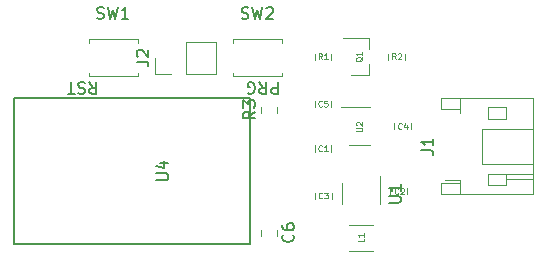
<source format=gbr>
G04 #@! TF.GenerationSoftware,KiCad,Pcbnew,(5.1.4)-1*
G04 #@! TF.CreationDate,2019-12-17T12:56:31-08:00*
G04 #@! TF.ProjectId,pixel-stick,70697865-6c2d-4737-9469-636b2e6b6963,rev?*
G04 #@! TF.SameCoordinates,Original*
G04 #@! TF.FileFunction,Legend,Top*
G04 #@! TF.FilePolarity,Positive*
%FSLAX46Y46*%
G04 Gerber Fmt 4.6, Leading zero omitted, Abs format (unit mm)*
G04 Created by KiCad (PCBNEW (5.1.4)-1) date 2019-12-17 12:56:31*
%MOMM*%
%LPD*%
G04 APERTURE LIST*
%ADD10C,0.150000*%
%ADD11C,0.120000*%
%ADD12C,0.125000*%
G04 APERTURE END LIST*
D10*
X79047619Y-33297619D02*
X79380952Y-33773809D01*
X79619047Y-33297619D02*
X79619047Y-34297619D01*
X79238095Y-34297619D01*
X79142857Y-34250000D01*
X79095238Y-34202380D01*
X79047619Y-34107142D01*
X79047619Y-33964285D01*
X79095238Y-33869047D01*
X79142857Y-33821428D01*
X79238095Y-33773809D01*
X79619047Y-33773809D01*
X78666666Y-33345238D02*
X78523809Y-33297619D01*
X78285714Y-33297619D01*
X78190476Y-33345238D01*
X78142857Y-33392857D01*
X78095238Y-33488095D01*
X78095238Y-33583333D01*
X78142857Y-33678571D01*
X78190476Y-33726190D01*
X78285714Y-33773809D01*
X78476190Y-33821428D01*
X78571428Y-33869047D01*
X78619047Y-33916666D01*
X78666666Y-34011904D01*
X78666666Y-34107142D01*
X78619047Y-34202380D01*
X78571428Y-34250000D01*
X78476190Y-34297619D01*
X78238095Y-34297619D01*
X78095238Y-34250000D01*
X77809523Y-34297619D02*
X77238095Y-34297619D01*
X77523809Y-33297619D02*
X77523809Y-34297619D01*
X95011904Y-33297619D02*
X95011904Y-34297619D01*
X94630952Y-34297619D01*
X94535714Y-34250000D01*
X94488095Y-34202380D01*
X94440476Y-34107142D01*
X94440476Y-33964285D01*
X94488095Y-33869047D01*
X94535714Y-33821428D01*
X94630952Y-33773809D01*
X95011904Y-33773809D01*
X93440476Y-33297619D02*
X93773809Y-33773809D01*
X94011904Y-33297619D02*
X94011904Y-34297619D01*
X93630952Y-34297619D01*
X93535714Y-34250000D01*
X93488095Y-34202380D01*
X93440476Y-34107142D01*
X93440476Y-33964285D01*
X93488095Y-33869047D01*
X93535714Y-33821428D01*
X93630952Y-33773809D01*
X94011904Y-33773809D01*
X92488095Y-34250000D02*
X92583333Y-34297619D01*
X92726190Y-34297619D01*
X92869047Y-34250000D01*
X92964285Y-34154761D01*
X93011904Y-34059523D01*
X93059523Y-33869047D01*
X93059523Y-33726190D01*
X93011904Y-33535714D01*
X92964285Y-33440476D01*
X92869047Y-33345238D01*
X92726190Y-33297619D01*
X92630952Y-33297619D01*
X92488095Y-33345238D01*
X92440476Y-33392857D01*
X92440476Y-33726190D01*
X92630952Y-33726190D01*
D11*
X110390000Y-41610000D02*
X109175000Y-41610000D01*
X114350000Y-41550000D02*
X116610000Y-41550000D01*
X114350000Y-41050000D02*
X116610000Y-41050000D01*
X112750000Y-36450000D02*
X112750000Y-35450000D01*
X114350000Y-36450000D02*
X112750000Y-36450000D01*
X114350000Y-35450000D02*
X114350000Y-36450000D01*
X112750000Y-35450000D02*
X114350000Y-35450000D01*
X112750000Y-41050000D02*
X112750000Y-42050000D01*
X114350000Y-41050000D02*
X112750000Y-41050000D01*
X114350000Y-42050000D02*
X114350000Y-41050000D01*
X112750000Y-42050000D02*
X114350000Y-42050000D01*
X110390000Y-34690000D02*
X110390000Y-35610000D01*
X110390000Y-42810000D02*
X110390000Y-41890000D01*
X112250000Y-37250000D02*
X116610000Y-37250000D01*
X112250000Y-40250000D02*
X112250000Y-37250000D01*
X116610000Y-40250000D02*
X112250000Y-40250000D01*
X110390000Y-35610000D02*
X110390000Y-35890000D01*
X108790000Y-35610000D02*
X110390000Y-35610000D01*
X108790000Y-34690000D02*
X108790000Y-35610000D01*
X116610000Y-34690000D02*
X108790000Y-34690000D01*
X116610000Y-42810000D02*
X116610000Y-34690000D01*
X108790000Y-42810000D02*
X116610000Y-42810000D01*
X108790000Y-41890000D02*
X108790000Y-42810000D01*
X110390000Y-41890000D02*
X108790000Y-41890000D01*
X110390000Y-41610000D02*
X110390000Y-41890000D01*
X103650000Y-43670000D02*
X103650000Y-41220000D01*
X100430000Y-41870000D02*
X100430000Y-43670000D01*
X84587499Y-32580000D02*
X84587499Y-31250000D01*
X85917499Y-32580000D02*
X84587499Y-32580000D01*
X87187499Y-32580000D02*
X87187499Y-29920000D01*
X87187499Y-29920000D02*
X89787499Y-29920000D01*
X87187499Y-32580000D02*
X89787499Y-32580000D01*
X89787499Y-32580000D02*
X89787499Y-29920000D01*
X95337499Y-29680000D02*
X95337499Y-29980000D01*
X91197499Y-32820000D02*
X91197499Y-32520000D01*
X91197499Y-29980000D02*
X91197499Y-29680000D01*
X95337499Y-32820000D02*
X91197499Y-32820000D01*
X95337499Y-32520000D02*
X95337499Y-32820000D01*
X91197499Y-29680000D02*
X95337499Y-29680000D01*
X79047499Y-32820000D02*
X79047499Y-32520000D01*
X83187499Y-29680000D02*
X83187499Y-29980000D01*
X83187499Y-32520000D02*
X83187499Y-32820000D01*
X79047499Y-29680000D02*
X83187499Y-29680000D01*
X79047499Y-29980000D02*
X79047499Y-29680000D01*
X83187499Y-32820000D02*
X79047499Y-32820000D01*
X94960000Y-35898578D02*
X94960000Y-35381422D01*
X93540000Y-35898578D02*
X93540000Y-35381422D01*
X93540000Y-45803922D02*
X93540000Y-46321078D01*
X94960000Y-45803922D02*
X94960000Y-46321078D01*
D10*
X92650000Y-34700000D02*
X92650000Y-47000000D01*
X92650000Y-47000000D02*
X72650000Y-47000000D01*
X92650000Y-34690000D02*
X72650000Y-34690000D01*
X72650000Y-47000000D02*
X72650000Y-34700000D01*
D11*
X99530000Y-30891422D02*
X99530000Y-31408578D01*
X98110000Y-30891422D02*
X98110000Y-31408578D01*
X104300000Y-30891422D02*
X104300000Y-31408578D01*
X105720000Y-30891422D02*
X105720000Y-31408578D01*
X102790000Y-35430000D02*
X100340000Y-35430000D01*
X100990000Y-38650000D02*
X102790000Y-38650000D01*
X102675000Y-32730000D02*
X101215000Y-32730000D01*
X102675000Y-29570000D02*
X100515000Y-29570000D01*
X102675000Y-29570000D02*
X102675000Y-30500000D01*
X102675000Y-32730000D02*
X102675000Y-31800000D01*
X98100000Y-35408578D02*
X98100000Y-34891422D01*
X99520000Y-35408578D02*
X99520000Y-34891422D01*
X106230000Y-36781422D02*
X106230000Y-37298578D01*
X104810000Y-36781422D02*
X104810000Y-37298578D01*
X98140000Y-43188578D02*
X98140000Y-42671422D01*
X99560000Y-43188578D02*
X99560000Y-42671422D01*
X105940000Y-42291422D02*
X105940000Y-42808578D01*
X104520000Y-42291422D02*
X104520000Y-42808578D01*
X98100000Y-38671422D02*
X98100000Y-39188578D01*
X99520000Y-38671422D02*
X99520000Y-39188578D01*
X103040000Y-47620000D02*
X101040000Y-47620000D01*
X103040000Y-45420000D02*
X101040000Y-45420000D01*
D10*
X107152380Y-39083333D02*
X107866666Y-39083333D01*
X108009523Y-39130952D01*
X108104761Y-39226190D01*
X108152380Y-39369047D01*
X108152380Y-39464285D01*
X108152380Y-38083333D02*
X108152380Y-38654761D01*
X108152380Y-38369047D02*
X107152380Y-38369047D01*
X107295238Y-38464285D01*
X107390476Y-38559523D01*
X107438095Y-38654761D01*
X104392380Y-43531904D02*
X105201904Y-43531904D01*
X105297142Y-43484285D01*
X105344761Y-43436666D01*
X105392380Y-43341428D01*
X105392380Y-43150952D01*
X105344761Y-43055714D01*
X105297142Y-43008095D01*
X105201904Y-42960476D01*
X104392380Y-42960476D01*
X105392380Y-41960476D02*
X105392380Y-42531904D01*
X105392380Y-42246190D02*
X104392380Y-42246190D01*
X104535238Y-42341428D01*
X104630476Y-42436666D01*
X104678095Y-42531904D01*
X83039879Y-31583333D02*
X83754165Y-31583333D01*
X83897022Y-31630952D01*
X83992260Y-31726190D01*
X84039879Y-31869047D01*
X84039879Y-31964285D01*
X83135118Y-31154761D02*
X83087499Y-31107142D01*
X83039879Y-31011904D01*
X83039879Y-30773809D01*
X83087499Y-30678571D01*
X83135118Y-30630952D01*
X83230356Y-30583333D01*
X83325594Y-30583333D01*
X83468451Y-30630952D01*
X84039879Y-31202380D01*
X84039879Y-30583333D01*
X91934165Y-27904761D02*
X92077022Y-27952380D01*
X92315118Y-27952380D01*
X92410356Y-27904761D01*
X92457975Y-27857142D01*
X92505594Y-27761904D01*
X92505594Y-27666666D01*
X92457975Y-27571428D01*
X92410356Y-27523809D01*
X92315118Y-27476190D01*
X92124641Y-27428571D01*
X92029403Y-27380952D01*
X91981784Y-27333333D01*
X91934165Y-27238095D01*
X91934165Y-27142857D01*
X91981784Y-27047619D01*
X92029403Y-27000000D01*
X92124641Y-26952380D01*
X92362737Y-26952380D01*
X92505594Y-27000000D01*
X92838927Y-26952380D02*
X93077022Y-27952380D01*
X93267499Y-27238095D01*
X93457975Y-27952380D01*
X93696070Y-26952380D01*
X94029403Y-27047619D02*
X94077022Y-27000000D01*
X94172260Y-26952380D01*
X94410356Y-26952380D01*
X94505594Y-27000000D01*
X94553213Y-27047619D01*
X94600832Y-27142857D01*
X94600832Y-27238095D01*
X94553213Y-27380952D01*
X93981784Y-27952380D01*
X94600832Y-27952380D01*
X79684165Y-27904761D02*
X79827022Y-27952380D01*
X80065118Y-27952380D01*
X80160356Y-27904761D01*
X80207975Y-27857142D01*
X80255594Y-27761904D01*
X80255594Y-27666666D01*
X80207975Y-27571428D01*
X80160356Y-27523809D01*
X80065118Y-27476190D01*
X79874641Y-27428571D01*
X79779403Y-27380952D01*
X79731784Y-27333333D01*
X79684165Y-27238095D01*
X79684165Y-27142857D01*
X79731784Y-27047619D01*
X79779403Y-27000000D01*
X79874641Y-26952380D01*
X80112737Y-26952380D01*
X80255594Y-27000000D01*
X80588927Y-26952380D02*
X80827022Y-27952380D01*
X81017499Y-27238095D01*
X81207975Y-27952380D01*
X81446070Y-26952380D01*
X82350832Y-27952380D02*
X81779403Y-27952380D01*
X82065118Y-27952380D02*
X82065118Y-26952380D01*
X81969879Y-27095238D01*
X81874641Y-27190476D01*
X81779403Y-27238095D01*
X93052380Y-35806666D02*
X92576190Y-36140000D01*
X93052380Y-36378095D02*
X92052380Y-36378095D01*
X92052380Y-35997142D01*
X92100000Y-35901904D01*
X92147619Y-35854285D01*
X92242857Y-35806666D01*
X92385714Y-35806666D01*
X92480952Y-35854285D01*
X92528571Y-35901904D01*
X92576190Y-35997142D01*
X92576190Y-36378095D01*
X92052380Y-35473333D02*
X92052380Y-34854285D01*
X92433333Y-35187619D01*
X92433333Y-35044761D01*
X92480952Y-34949523D01*
X92528571Y-34901904D01*
X92623809Y-34854285D01*
X92861904Y-34854285D01*
X92957142Y-34901904D01*
X93004761Y-34949523D01*
X93052380Y-35044761D01*
X93052380Y-35330476D01*
X93004761Y-35425714D01*
X92957142Y-35473333D01*
X96257142Y-46229166D02*
X96304761Y-46276785D01*
X96352380Y-46419642D01*
X96352380Y-46514880D01*
X96304761Y-46657738D01*
X96209523Y-46752976D01*
X96114285Y-46800595D01*
X95923809Y-46848214D01*
X95780952Y-46848214D01*
X95590476Y-46800595D01*
X95495238Y-46752976D01*
X95400000Y-46657738D01*
X95352380Y-46514880D01*
X95352380Y-46419642D01*
X95400000Y-46276785D01*
X95447619Y-46229166D01*
X95352380Y-45372023D02*
X95352380Y-45562500D01*
X95400000Y-45657738D01*
X95447619Y-45705357D01*
X95590476Y-45800595D01*
X95780952Y-45848214D01*
X96161904Y-45848214D01*
X96257142Y-45800595D01*
X96304761Y-45752976D01*
X96352380Y-45657738D01*
X96352380Y-45467261D01*
X96304761Y-45372023D01*
X96257142Y-45324404D01*
X96161904Y-45276785D01*
X95923809Y-45276785D01*
X95828571Y-45324404D01*
X95780952Y-45372023D01*
X95733333Y-45467261D01*
X95733333Y-45657738D01*
X95780952Y-45752976D01*
X95828571Y-45800595D01*
X95923809Y-45848214D01*
X84702380Y-41611904D02*
X85511904Y-41611904D01*
X85607142Y-41564285D01*
X85654761Y-41516666D01*
X85702380Y-41421428D01*
X85702380Y-41230952D01*
X85654761Y-41135714D01*
X85607142Y-41088095D01*
X85511904Y-41040476D01*
X84702380Y-41040476D01*
X85035714Y-40135714D02*
X85702380Y-40135714D01*
X84654761Y-40373809D02*
X85369047Y-40611904D01*
X85369047Y-39992857D01*
D12*
X98736666Y-31376190D02*
X98570000Y-31138095D01*
X98450952Y-31376190D02*
X98450952Y-30876190D01*
X98641428Y-30876190D01*
X98689047Y-30900000D01*
X98712857Y-30923809D01*
X98736666Y-30971428D01*
X98736666Y-31042857D01*
X98712857Y-31090476D01*
X98689047Y-31114285D01*
X98641428Y-31138095D01*
X98450952Y-31138095D01*
X99212857Y-31376190D02*
X98927142Y-31376190D01*
X99070000Y-31376190D02*
X99070000Y-30876190D01*
X99022380Y-30947619D01*
X98974761Y-30995238D01*
X98927142Y-31019047D01*
X104976666Y-31376190D02*
X104810000Y-31138095D01*
X104690952Y-31376190D02*
X104690952Y-30876190D01*
X104881428Y-30876190D01*
X104929047Y-30900000D01*
X104952857Y-30923809D01*
X104976666Y-30971428D01*
X104976666Y-31042857D01*
X104952857Y-31090476D01*
X104929047Y-31114285D01*
X104881428Y-31138095D01*
X104690952Y-31138095D01*
X105167142Y-30923809D02*
X105190952Y-30900000D01*
X105238571Y-30876190D01*
X105357619Y-30876190D01*
X105405238Y-30900000D01*
X105429047Y-30923809D01*
X105452857Y-30971428D01*
X105452857Y-31019047D01*
X105429047Y-31090476D01*
X105143333Y-31376190D01*
X105452857Y-31376190D01*
X101616190Y-37470952D02*
X102020952Y-37470952D01*
X102068571Y-37447142D01*
X102092380Y-37423333D01*
X102116190Y-37375714D01*
X102116190Y-37280476D01*
X102092380Y-37232857D01*
X102068571Y-37209047D01*
X102020952Y-37185238D01*
X101616190Y-37185238D01*
X101663809Y-36970952D02*
X101640000Y-36947142D01*
X101616190Y-36899523D01*
X101616190Y-36780476D01*
X101640000Y-36732857D01*
X101663809Y-36709047D01*
X101711428Y-36685238D01*
X101759047Y-36685238D01*
X101830476Y-36709047D01*
X102116190Y-36994761D01*
X102116190Y-36685238D01*
X102138809Y-31197619D02*
X102115000Y-31245238D01*
X102067380Y-31292857D01*
X101995952Y-31364285D01*
X101972142Y-31411904D01*
X101972142Y-31459523D01*
X102091190Y-31435714D02*
X102067380Y-31483333D01*
X102019761Y-31530952D01*
X101924523Y-31554761D01*
X101757857Y-31554761D01*
X101662619Y-31530952D01*
X101615000Y-31483333D01*
X101591190Y-31435714D01*
X101591190Y-31340476D01*
X101615000Y-31292857D01*
X101662619Y-31245238D01*
X101757857Y-31221428D01*
X101924523Y-31221428D01*
X102019761Y-31245238D01*
X102067380Y-31292857D01*
X102091190Y-31340476D01*
X102091190Y-31435714D01*
X102091190Y-30745238D02*
X102091190Y-31030952D01*
X102091190Y-30888095D02*
X101591190Y-30888095D01*
X101662619Y-30935714D01*
X101710238Y-30983333D01*
X101734047Y-31030952D01*
X98726666Y-35328571D02*
X98702857Y-35352380D01*
X98631428Y-35376190D01*
X98583809Y-35376190D01*
X98512380Y-35352380D01*
X98464761Y-35304761D01*
X98440952Y-35257142D01*
X98417142Y-35161904D01*
X98417142Y-35090476D01*
X98440952Y-34995238D01*
X98464761Y-34947619D01*
X98512380Y-34900000D01*
X98583809Y-34876190D01*
X98631428Y-34876190D01*
X98702857Y-34900000D01*
X98726666Y-34923809D01*
X99179047Y-34876190D02*
X98940952Y-34876190D01*
X98917142Y-35114285D01*
X98940952Y-35090476D01*
X98988571Y-35066666D01*
X99107619Y-35066666D01*
X99155238Y-35090476D01*
X99179047Y-35114285D01*
X99202857Y-35161904D01*
X99202857Y-35280952D01*
X99179047Y-35328571D01*
X99155238Y-35352380D01*
X99107619Y-35376190D01*
X98988571Y-35376190D01*
X98940952Y-35352380D01*
X98917142Y-35328571D01*
X105486666Y-37231071D02*
X105462857Y-37254880D01*
X105391428Y-37278690D01*
X105343809Y-37278690D01*
X105272380Y-37254880D01*
X105224761Y-37207261D01*
X105200952Y-37159642D01*
X105177142Y-37064404D01*
X105177142Y-36992976D01*
X105200952Y-36897738D01*
X105224761Y-36850119D01*
X105272380Y-36802500D01*
X105343809Y-36778690D01*
X105391428Y-36778690D01*
X105462857Y-36802500D01*
X105486666Y-36826309D01*
X105915238Y-36945357D02*
X105915238Y-37278690D01*
X105796190Y-36754880D02*
X105677142Y-37112023D01*
X105986666Y-37112023D01*
X98766666Y-43108571D02*
X98742857Y-43132380D01*
X98671428Y-43156190D01*
X98623809Y-43156190D01*
X98552380Y-43132380D01*
X98504761Y-43084761D01*
X98480952Y-43037142D01*
X98457142Y-42941904D01*
X98457142Y-42870476D01*
X98480952Y-42775238D01*
X98504761Y-42727619D01*
X98552380Y-42680000D01*
X98623809Y-42656190D01*
X98671428Y-42656190D01*
X98742857Y-42680000D01*
X98766666Y-42703809D01*
X98933333Y-42656190D02*
X99242857Y-42656190D01*
X99076190Y-42846666D01*
X99147619Y-42846666D01*
X99195238Y-42870476D01*
X99219047Y-42894285D01*
X99242857Y-42941904D01*
X99242857Y-43060952D01*
X99219047Y-43108571D01*
X99195238Y-43132380D01*
X99147619Y-43156190D01*
X99004761Y-43156190D01*
X98957142Y-43132380D01*
X98933333Y-43108571D01*
X105196666Y-42728571D02*
X105172857Y-42752380D01*
X105101428Y-42776190D01*
X105053809Y-42776190D01*
X104982380Y-42752380D01*
X104934761Y-42704761D01*
X104910952Y-42657142D01*
X104887142Y-42561904D01*
X104887142Y-42490476D01*
X104910952Y-42395238D01*
X104934761Y-42347619D01*
X104982380Y-42300000D01*
X105053809Y-42276190D01*
X105101428Y-42276190D01*
X105172857Y-42300000D01*
X105196666Y-42323809D01*
X105387142Y-42323809D02*
X105410952Y-42300000D01*
X105458571Y-42276190D01*
X105577619Y-42276190D01*
X105625238Y-42300000D01*
X105649047Y-42323809D01*
X105672857Y-42371428D01*
X105672857Y-42419047D01*
X105649047Y-42490476D01*
X105363333Y-42776190D01*
X105672857Y-42776190D01*
X98726666Y-39108571D02*
X98702857Y-39132380D01*
X98631428Y-39156190D01*
X98583809Y-39156190D01*
X98512380Y-39132380D01*
X98464761Y-39084761D01*
X98440952Y-39037142D01*
X98417142Y-38941904D01*
X98417142Y-38870476D01*
X98440952Y-38775238D01*
X98464761Y-38727619D01*
X98512380Y-38680000D01*
X98583809Y-38656190D01*
X98631428Y-38656190D01*
X98702857Y-38680000D01*
X98726666Y-38703809D01*
X99202857Y-39156190D02*
X98917142Y-39156190D01*
X99060000Y-39156190D02*
X99060000Y-38656190D01*
X99012380Y-38727619D01*
X98964761Y-38775238D01*
X98917142Y-38799047D01*
X102266190Y-46553333D02*
X102266190Y-46791428D01*
X101766190Y-46791428D01*
X102266190Y-46124761D02*
X102266190Y-46410476D01*
X102266190Y-46267619D02*
X101766190Y-46267619D01*
X101837619Y-46315238D01*
X101885238Y-46362857D01*
X101909047Y-46410476D01*
M02*

</source>
